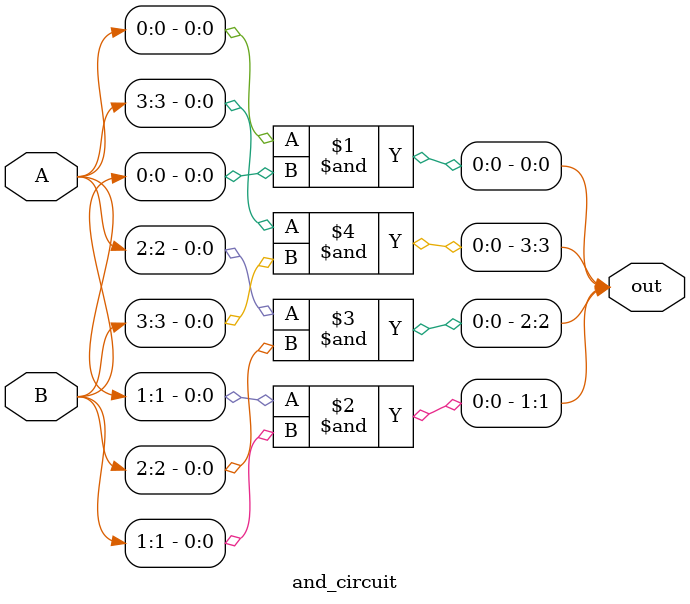
<source format=v>
`timescale 1ns / 1ps


module and_circuit(
    input [3:0] A,
    input [3:0] B,
    output [3:0] out
    );
assign out[0] = A[0] & B[0];
assign out[1] = A[1] & B[1];
assign out[2] = A[2] & B[2];
assign out[3] = A[3] & B[3];
endmodule

</source>
